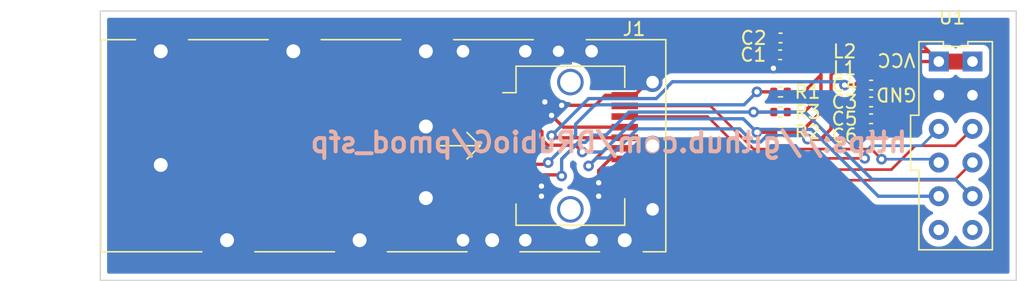
<source format=kicad_pcb>
(kicad_pcb (version 20221018) (generator pcbnew)
  (layers (0 "F.Cu" signal) (31 "B.Cu" signal) (34 "B.Paste" user) (35 "F.Paste" user) (36 "B.SilkS" user "B.Silkscreen") (37 "F.SilkS" user "F.Silkscreen") (38 "B.Mask" user) (39 "F.Mask" user) (44 "Edge.Cuts" user))
  (net 0 "")
  (net 1 "GND")
  (net 3 "/SFP_TX_DIS")
  (net 7 "Net-(J1-Pad7)")
  (net 8 "/SFP_LOSS")
  (net 9 "/SFP_RX_N")
  (net 10 "/SFP_RX_P")
  (net 11 "/SFP_TX_P")
  (net 12 "Net-(C3-Pad1)")
  (net 13 "Net-(C5-Pad1)")
  (net 14 "/SFP_TX_N")
  (net 15 "+3V3")
  (footprint "Capacitor_SMD:C_0402_1005Metric" (layer "F.Cu") (at 162.024 64.262 180)
    (fp_text reference "C1" (at 2.032 0) (layer "F.SilkS"))
    (fp_text value "22uF")
    (fp_line (start -0.107836 -0.36) (end 0.107836 -0.36) (stroke (width 0.12)) (layer "F.SilkS"))
    (fp_line (start -0.107836 0.36) (end 0.107836 0.36) (stroke (width 0.12)) (layer "F.SilkS"))
    (pad "1" smd roundrect (at -0.48 0 180) (size 0.56 0.62) (layers "F.Cu" "F.Paste" "F.Mask") (net 15 "+3V3"))
    (pad "2" smd roundrect (at 0.48 0 180) (size 0.56 0.62) (layers "F.Cu" "F.Paste" "F.Mask") (net 1 "GND"))
  )
  (footprint "Capacitor_SMD:C_0402_1005Metric" (layer "F.Cu") (at 168.882 67.818)
    (fp_text reference "C3" (at -2.004 0) (layer "F.SilkS"))
    (fp_text value "10uF")
    (fp_line (start -0.107836 -0.36) (end 0.107836 -0.36) (stroke (width 0.12)) (layer "F.SilkS"))
    (fp_line (start -0.107836 0.36) (end 0.107836 0.36) (stroke (width 0.12)) (layer "F.SilkS"))
    (pad "1" smd roundrect (at -0.48 0) (size 0.56 0.62) (layers "F.Cu" "F.Paste" "F.Mask") (net 12 "Net-(C3-Pad1)"))
    (pad "2" smd roundrect (at 0.48 0) (size 0.56 0.62) (layers "F.Cu" "F.Paste" "F.Mask") (net 1 "GND"))
  )
  (footprint "Pmod:PMOD_EXTENSION_BOARD" (layer "F.Cu") (at 174.99 71.05 90)
    (fp_text reference "U1" (at 9.6 0) (layer "F.SilkS"))
    (fp_text value "Pmod_connector")
    (fp_text user "GND" (at 3.8 -4.2 180 unlocked) (layer "F.SilkS"))
    (fp_text user "VCC" (at 6.4 -4.2 180 unlocked) (layer "F.SilkS"))
    (fp_line (start -7.92 -2.5) (end -7.92 3.039999) (stroke (width 0.12)) (layer "F.SilkS"))
    (fp_line (start -7.92 3.039999) (end 7.78 3.04) (stroke (width 0.12)) (layer "F.SilkS"))
    (fp_line (start -1.92 -3.13) (end -1.92 -2.5) (stroke (width 0.12)) (layer "F.SilkS"))
    (fp_line (start -1.92 -2.5) (end -7.92 -2.5) (stroke (width 0.12)) (layer "F.SilkS"))
    (fp_line (start 2.23 -3.13) (end -1.92 -3.13) (stroke (width 0.12)) (layer "F.SilkS"))
    (fp_line (start 2.23 -2.5) (end 2.23 -3.13) (stroke (width 0.12)) (layer "F.SilkS"))
    (fp_line (start 2.23 -2.5) (end 7.73 -2.5) (stroke (width 0.12)) (layer "F.SilkS"))
    (fp_line (start 7.42 -0.653333) (end 7.78 -0.653333) (stroke (width 0.12)) (layer "F.SilkS"))
    (fp_line (start 7.42 1.193333) (end 7.42 -0.653333) (stroke (width 0.12)) (layer "F.SilkS"))
    (fp_line (start 7.78 -0.653333) (end 7.78 -2.499999) (stroke (width 0.12)) (layer "F.SilkS"))
    (fp_line (start 7.78 1.193333) (end 7.42 1.193333) (stroke (width 0.12)) (layer "F.SilkS"))
    (fp_line (start 7.78 3.04) (end 7.78 1.193333) (stroke (width 0.12)) (layer "F.SilkS"))
    (pad "1" thru_hole rect (at 6.28 -1 270) (size 1.5 1.5) (drill 0.8) (layers "*.Cu" "*.Mask") (net 15 "+3V3"))
    (pad "2" thru_hole circle (at 3.74 -1 270) (size 1.5 1.5) (drill 0.8) (layers "*.Cu" "*.Mask") (net 1 "GND"))
    (pad "3" thru_hole circle (at 1.2 -1 270) (size 1.5 1.5) (drill 0.8) (layers "*.Cu" "*.Mask") (net 11 "/SFP_TX_P"))
    (pad "4" thru_hole circle (at -1.34 -1 270) (size 1.5 1.5) (drill 0.8) (layers "*.Cu" "*.Mask") (net 14 "/SFP_TX_N"))
    (pad "5" thru_hole circle (at -3.88 -1 270) (size 1.5 1.5) (drill 0.8) (layers "*.Cu" "*.Mask") (net 3 "/SFP_TX_DIS"))
    (pad "6" thru_hole circle (at -6.42 -1 270) (size 1.5 1.5) (drill 0.8) (layers "*.Cu" "*.Mask"))
    (pad "7" thru_hole circle (at -6.42 1.54 270) (size 1.5 1.5) (drill 0.8) (layers "*.Cu" "*.Mask"))
    (pad "8" thru_hole circle (at -3.88 1.54 270) (size 1.5 1.5) (drill 0.8) (layers "*.Cu" "*.Mask") (net 8 "/SFP_LOSS"))
    (pad "9" thru_hole circle (at -1.34 1.54 270) (size 1.5 1.5) (drill 0.8) (layers "*.Cu" "*.Mask") (net 9 "/SFP_RX_N"))
    (pad "10" thru_hole circle (at 1.2 1.54 270) (size 1.5 1.5) (drill 0.8) (layers "*.Cu" "*.Mask") (net 10 "/SFP_RX_P"))
    (pad "11" thru_hole circle (at 3.74 1.54 270) (size 1.5 1.5) (drill 0.8) (layers "*.Cu" "*.Mask") (net 1 "GND"))
    (pad "12" thru_hole rect (at 6.28 1.54 270) (size 1.5 1.5) (drill 0.8) (layers "*.Cu" "*.Mask") (net 15 "+3V3"))
  )
  (footprint "Resistor_SMD:R_0402_1005Metric" (layer "F.Cu") (at 162.052 68.58)
    (fp_text reference "R3" (at 2.032 0) (layer "F.SilkS"))
    (fp_text value "4.7k")
    (fp_line (start -0.153641 -0.38) (end 0.153641 -0.38) (stroke (width 0.12)) (layer "F.SilkS"))
    (fp_line (start -0.153641 0.38) (end 0.153641 0.38) (stroke (width 0.12)) (layer "F.SilkS"))
    (pad "1" smd roundrect (at -0.51 0) (size 0.54 0.64) (layers "F.Cu" "F.Paste" "F.Mask") (net 8 "/SFP_LOSS"))
    (pad "2" smd roundrect (at 0.51 0) (size 0.54 0.64) (layers "F.Cu" "F.Paste" "F.Mask") (net 15 "+3V3"))
  )
  (footprint "Capacitor_SMD:C_0402_1005Metric" (layer "F.Cu") (at 162.052 62.992 180)
    (fp_text reference "C2" (at 2.032 0) (layer "F.SilkS"))
    (fp_text value "0.1uF")
    (fp_line (start -0.107836 -0.36) (end 0.107836 -0.36) (stroke (width 0.12)) (layer "F.SilkS"))
    (fp_line (start -0.107836 0.36) (end 0.107836 0.36) (stroke (width 0.12)) (layer "F.SilkS"))
    (pad "1" smd roundrect (at -0.48 0 180) (size 0.56 0.62) (layers "F.Cu" "F.Paste" "F.Mask") (net 15 "+3V3"))
    (pad "2" smd roundrect (at 0.48 0 180) (size 0.56 0.62) (layers "F.Cu" "F.Paste" "F.Mask") (net 1 "GND"))
  )
  (footprint "Resistor_SMD:R_0402_1005Metric" (layer "F.Cu") (at 162.05 67.056 180)
    (fp_text reference "R1" (at -2.034 0) (layer "F.SilkS"))
    (fp_text value "4.7k")
    (fp_line (start -0.153641 -0.38) (end 0.153641 -0.38) (stroke (width 0.12)) (layer "F.SilkS"))
    (fp_line (start -0.153641 0.38) (end 0.153641 0.38) (stroke (width 0.12)) (layer "F.SilkS"))
    (pad "1" smd roundrect (at -0.51 0 180) (size 0.54 0.64) (layers "F.Cu" "F.Paste" "F.Mask") (net 15 "+3V3"))
    (pad "2" smd roundrect (at 0.51 0 180) (size 0.54 0.64) (layers "F.Cu" "F.Paste" "F.Mask") (net 7 "Net-(J1-Pad7)"))
  )
  (footprint "Capacitor_SMD:C_0402_1005Metric" (layer "F.Cu") (at 168.882 66.548)
    (fp_text reference "C4" (at -2.004 0) (layer "F.SilkS"))
    (fp_text value "0.1uF")
    (fp_line (start -0.107836 -0.36) (end 0.107836 -0.36) (stroke (width 0.12)) (layer "F.SilkS"))
    (fp_line (start -0.107836 0.36) (end 0.107836 0.36) (stroke (width 0.12)) (layer "F.SilkS"))
    (pad "1" smd roundrect (at -0.48 0) (size 0.56 0.62) (layers "F.Cu" "F.Paste" "F.Mask") (net 12 "Net-(C3-Pad1)"))
    (pad "2" smd roundrect (at 0.48 0) (size 0.56 0.62) (layers "F.Cu" "F.Paste" "F.Mask") (net 1 "GND"))
  )
  (footprint "Resistor_SMD:R_0402_1005Metric" (layer "F.Cu") (at 162.054 70.104 180)
    (fp_text reference "R2" (at -2.03 0) (layer "F.SilkS"))
    (fp_text value "4.7k")
    (fp_line (start -0.153641 -0.38) (end 0.153641 -0.38) (stroke (width 0.12)) (layer "F.SilkS"))
    (fp_line (start -0.153641 0.38) (end 0.153641 0.38) (stroke (width 0.12)) (layer "F.SilkS"))
    (pad "1" smd roundrect (at -0.51 0 180) (size 0.54 0.64) (layers "F.Cu" "F.Paste" "F.Mask") (net 15 "+3V3"))
    (pad "2" smd roundrect (at 0.51 0 180) (size 0.54 0.64) (layers "F.Cu" "F.Paste" "F.Mask") (net 3 "/SFP_TX_DIS"))
  )
  (footprint "Inductor_SMD:L_0402_1005Metric" (layer "F.Cu") (at 168.933 64.008 180)
    (fp_text reference "L2" (at 2.055 0) (layer "F.SilkS"))
    (fp_text value "220@100MHz")
    (pad "1" smd roundrect (at -0.485 0 180) (size 0.59 0.64) (layers "F.Cu" "F.Paste" "F.Mask") (net 15 "+3V3"))
    (pad "2" smd roundrect (at 0.485 0 180) (size 0.59 0.64) (layers "F.Cu" "F.Paste" "F.Mask") (net 13 "Net-(C5-Pad1)"))
  )
  (footprint "Inductor_SMD:L_0402_1005Metric" (layer "F.Cu") (at 168.91 65.278 180)
    (fp_text reference "L1" (at 2.032 0) (layer "F.SilkS"))
    (fp_text value "220@100MHz")
    (pad "1" smd roundrect (at -0.485 0 180) (size 0.59 0.64) (layers "F.Cu" "F.Paste" "F.Mask") (net 15 "+3V3"))
    (pad "2" smd roundrect (at 0.485 0 180) (size 0.59 0.64) (layers "F.Cu" "F.Paste" "F.Mask") (net 12 "Net-(C3-Pad1)"))
  )
  (footprint "Capacitor_SMD:C_0402_1005Metric" (layer "F.Cu") (at 168.91 70.358)
    (fp_text reference "C6" (at -2.032 0 180) (layer "F.SilkS"))
    (fp_text value "0.1uF")
    (fp_line (start -0.107836 -0.36) (end 0.107836 -0.36) (stroke (width 0.12)) (layer "F.SilkS"))
    (fp_line (start -0.107836 0.36) (end 0.107836 0.36) (stroke (width 0.12)) (layer "F.SilkS"))
    (pad "1" smd roundrect (at -0.48 0) (size 0.56 0.62) (layers "F.Cu" "F.Paste" "F.Mask") (net 13 "Net-(C5-Pad1)"))
    (pad "2" smd roundrect (at 0.48 0) (size 0.56 0.62) (layers "F.Cu" "F.Paste" "F.Mask") (net 1 "GND"))
  )
  (footprint "Capacitor_SMD:C_0402_1005Metric" (layer "F.Cu") (at 168.882 69.088)
    (fp_text reference "C5" (at -2.004 0) (layer "F.SilkS"))
    (fp_text value "10uF")
    (fp_line (start -0.107836 -0.36) (end 0.107836 -0.36) (stroke (width 0.12)) (layer "F.SilkS"))
    (fp_line (start -0.107836 0.36) (end 0.107836 0.36) (stroke (width 0.12)) (layer "F.SilkS"))
    (pad "1" smd roundrect (at -0.48 0) (size 0.56 0.62) (layers "F.Cu" "F.Paste" "F.Mask") (net 13 "Net-(C5-Pad1)"))
    (pad "2" smd roundrect (at 0.48 0) (size 0.56 0.62) (layers "F.Cu" "F.Paste" "F.Mask") (net 1 "GND"))
  )
  (footprint "Connector:Connector_SFP_and_Cage" (layer "F.Cu") (at 152.4 71.12)
    (fp_text reference "J1" (at -1.4 -8.8) (layer "F.SilkS"))
    (fp_text value "SFP")
    (fp_line (start -41.6 8) (end -41.6 -8) (stroke (width 0.12)) (layer "F.SilkS"))
    (fp_line (start -39 -8) (end -41.6 -8) (stroke (width 0.12)) (layer "F.SilkS"))
    (fp_line (start -34 8) (end -41.6 8) (stroke (width 0.12)) (layer "F.SilkS"))
    (fp_line (start -30 8) (end -24 8) (stroke (width 0.12)) (layer "F.SilkS"))
    (fp_line (start -29 -8) (end -35 -8) (stroke (width 0.12)) (layer "F.SilkS"))
    (fp_line (start -20 8) (end -14 8) (stroke (width 0.12)) (layer "F.SilkS"))
    (fp_line (start -19 -8) (end -25 -8) (stroke (width 0.12)) (layer "F.SilkS"))
    (fp_line (start -13 0) (end -16 0) (stroke (width 0.12)) (layer "F.SilkS"))
    (fp_line (start -13 0) (end -14 -1) (stroke (width 0.12)) (layer "F.SilkS"))
    (fp_line (start -13 0) (end -14 1) (stroke (width 0.12)) (layer "F.SilkS"))
    (fp_line (start -10.3 -6) (end -10.3 -4) (stroke (width 0.12)) (layer "F.SilkS"))
    (fp_line (start -10.3 -4) (end -11.3 -4) (stroke (width 0.12)) (layer "F.SilkS"))
    (fp_line (start -10.3 4.4) (end -10.3 6) (stroke (width 0.12)) (layer "F.SilkS"))
    (fp_line (start -10 8) (end -4 8) (stroke (width 0.12)) (layer "F.SilkS"))
    (fp_line (start -9 -8) (end -15 -8) (stroke (width 0.12)) (layer "F.SilkS"))
    (fp_line (start -2.1 -6) (end -10.3 -6) (stroke (width 0.12)) (layer "F.SilkS"))
    (fp_line (start -2.1 -4.4) (end -2.1 -6) (stroke (width 0.12)) (layer "F.SilkS"))
    (fp_line (start -2.1 4) (end -2.1 6) (stroke (width 0.12)) (layer "F.SilkS"))
    (fp_line (start -2.1 6) (end -10.3 6) (stroke (width 0.12)) (layer "F.SilkS"))
    (fp_line (start -0.7 8) (end 1 8) (stroke (width 0.12)) (layer "F.SilkS"))
    (fp_line (start 1 -8) (end -5 -8) (stroke (width 0.12)) (layer "F.SilkS"))
    (fp_line (start 1 8) (end 1 -8) (stroke (width 0.12)) (layer "F.SilkS"))
    (pad "" np_thru_hole circle (at -6.2 -4.8) (size 2 2) (drill 1.55) (layers "*.Cu" "*.Mask"))
    (pad "" np_thru_hole circle (at -6.2 4.8) (size 2 2) (drill 1.55) (layers "*.Cu" "*.Mask"))
    (pad "1" smd rect (at -10.3 -3.4) (size 2 0.5) (layers "F.Cu" "F.Paste" "F.Mask") (net 1 "GND"))
    (pad "2" smd rect (at -10.3 -2.6) (size 2 0.5) (layers "F.Cu" "F.Paste" "F.Mask"))
    (pad "3" smd rect (at -10.3 -1.8) (size 2 0.5) (layers "F.Cu" "F.Paste" "F.Mask") (net 3 "/SFP_TX_DIS"))
    (pad "4" smd rect (at -10.3 -1) (size 2 0.5) (layers "F.Cu" "F.Paste" "F.Mask"))
    (pad "5" smd rect (at -10.3 -0.2) (size 2 0.5) (layers "F.Cu" "F.Paste" "F.Mask"))
    (pad "6" smd rect (at -10.3 0.6) (size 2 0.5) (layers "F.Cu" "F.Paste" "F.Mask"))
    (pad "7" smd rect (at -10.3 1.4) (size 2 0.5) (layers "F.Cu" "F.Paste" "F.Mask") (net 7 "Net-(J1-Pad7)"))
    (pad "8" smd rect (at -10.3 2.2) (size 2 0.5) (layers "F.Cu" "F.Paste" "F.Mask") (net 8 "/SFP_LOSS"))
    (pad "9" smd rect (at -10.3 3) (size 2 0.5) (layers "F.Cu" "F.Paste" "F.Mask") (net 1 "GND"))
    (pad "10" smd rect (at -10.3 3.8) (size 2 0.5) (layers "F.Cu" "F.Paste" "F.Mask") (net 1 "GND"))
    (pad "11" smd rect (at -2.1 3.4) (size 2 0.5) (layers "F.Cu" "F.Paste" "F.Mask") (net 1 "GND"))
    (pad "12" smd rect (at -2.1 2.6) (size 2 0.5) (layers "F.Cu" "F.Paste" "F.Mask") (net 9 "/SFP_RX_N"))
    (pad "13" smd rect (at -2.1 1.8) (size 2 0.5) (layers "F.Cu" "F.Paste" "F.Mask") (net 10 "/SFP_RX_P"))
    (pad "14" smd rect (at -2.1 1) (size 2 0.5) (layers "F.Cu" "F.Paste" "F.Mask") (net 1 "GND"))
    (pad "15" smd rect (at -2.1 0.2) (size 2 0.5) (layers "F.Cu" "F.Paste" "F.Mask") (net 13 "Net-(C5-Pad1)"))
    (pad "16" smd rect (at -2.1 -0.6) (size 2 0.5) (layers "F.Cu" "F.Paste" "F.Mask") (net 12 "Net-(C3-Pad1)"))
    (pad "17" smd rect (at -2.1 -1.4) (size 2 0.5) (layers "F.Cu" "F.Paste" "F.Mask") (net 1 "GND"))
    (pad "18" smd rect (at -2.1 -2.2) (size 2 0.5) (layers "F.Cu" "F.Paste" "F.Mask") (net 11 "/SFP_TX_P"))
    (pad "19" smd rect (at -2.1 -3) (size 2 0.5) (layers "F.Cu" "F.Paste" "F.Mask") (net 14 "/SFP_TX_N"))
    (pad "20" smd rect (at -2.1 -3.8) (size 2 0.5) (layers "F.Cu" "F.Paste" "F.Mask") (net 1 "GND"))
    (pad "CAGE" thru_hole rect (at -37.1 -7.125) (size 2 2) (drill 1.05) (layers "*.Cu" "*.Mask") (net 1 "GND"))
    (pad "CAGE" thru_hole rect (at -37.1 1.45) (size 2 2) (drill 1.05) (layers "*.Cu" "*.Mask") (net 1 "GND"))
    (pad "CAGE" thru_hole rect (at -32.1 7.125) (size 2 2) (drill 1.05) (layers "*.Cu" "*.Mask") (net 1 "GND"))
    (pad "CAGE" thru_hole rect (at -27.1 -7.125) (size 2 2) (drill 1.05) (layers "*.Cu" "*.Mask") (net 1 "GND"))
    (pad "CAGE" thru_hole rect (at -22.1 7.125) (size 2 2) (drill 1.05) (layers "*.Cu" "*.Mask") (net 1 "GND"))
    (pad "CAGE" thru_hole rect (at -17.1 -7.125) (size 2 2) (drill 1.05) (layers "*.Cu" "*.Mask") (net 1 "GND"))
    (pad "CAGE" thru_hole rect (at -17.1 -1.45) (size 2 2) (drill 1.05) (layers "*.Cu" "*.Mask") (net 1 "GND"))
    (pad "CAGE" thru_hole rect (at -17.1 3.95) (size 2 2) (drill 1.05) (layers "*.Cu" "*.Mask") (net 1 "GND"))
    (pad "CAGE" thru_hole circle (at -14.3 -7.125) (size 1.5 1.5) (drill 0.95) (layers "*.Cu" "*.Mask") (net 1 "GND"))
    (pad "CAGE" thru_hole circle (at -14.3 7.125) (size 1.5 1.5) (drill 0.95) (layers "*.Cu" "*.Mask") (net 1 "GND"))
    (pad "CAGE" thru_hole rect (at -12.1 7.125) (size 2 2) (drill 1.05) (layers "*.Cu" "*.Mask") (net 1 "GND"))
    (pad "CAGE" thru_hole circle (at -9.6 -7.125) (size 1.5 1.5) (drill 0.95) (layers "*.Cu" "*.Mask") (net 1 "GND"))
    (pad "CAGE" thru_hole circle (at -9.6 7.125) (size 1.5 1.5) (drill 0.95) (layers "*.Cu" "*.Mask") (net 1 "GND"))
    (pad "CAGE" thru_hole rect (at -7.1 -7.125) (size 2 2) (drill 0.85) (layers "*.Cu" "*.Mask") (net 1 "GND"))
    (pad "CAGE" thru_hole circle (at -4.6 -7.125) (size 1.5 1.5) (drill 0.95) (layers "*.Cu" "*.Mask") (net 1 "GND"))
    (pad "CAGE" thru_hole circle (at -4.6 7.125) (size 1.5 1.5) (drill 0.95) (layers "*.Cu" "*.Mask") (net 1 "GND"))
    (pad "CAGE" thru_hole rect (at -2.1 7.125) (size 2 2) (drill 1.05) (layers "*.Cu" "*.Mask") (net 1 "GND"))
    (pad "CAGE" thru_hole circle (at 0 -4.8) (size 1.5 1.5) (drill 0.95) (layers "*.Cu" "*.Mask") (net 1 "GND"))
    (pad "CAGE" thru_hole circle (at 0 0) (size 1.5 1.5) (drill 0.95) (layers "*.Cu" "*.Mask") (net 1 "GND"))
    (pad "CAGE" thru_hole circle (at 0 4.8) (size 1.5 1.5) (drill 0.95) (layers "*.Cu" "*.Mask") (net 1 "GND"))
  )
  (gr_line (start 179.832 81.28) (end 110.744 81.28) (stroke (width 0.1)) (layer "Edge.Cuts"))
  (gr_line (start 110.744 81.28) (end 110.744 62.992) (stroke (width 0.1)) (layer "Edge.Cuts"))
  (gr_line (start 110.744 62.992) (end 110.744 60.96) (stroke (width 0.1)) (layer "Edge.Cuts"))
  (gr_line (start 110.744 60.96) (end 179.832 60.96) (stroke (width 0.1)) (layer "Edge.Cuts"))
  (gr_line (start 179.832 60.96) (end 179.832 81.28) (stroke (width 0.1)) (layer "Edge.Cuts"))
  (gr_text "https://github.com/DRubioG/pmod_sfp" (at 149.098 70.866) (layer "B.SilkS") (effects (font (size 1.5 1.5) (thickness 0.3)) (justify mirror)))
  (segment (start 144.018 74.93) (end 142.11 74.93) (width 0.25) (layer "F.Cu") (net 1))
  (segment (start 144.78 68.834) (end 145.666 69.72) (width 0.25) (layer "F.Cu") (net 1))
  (segment (start 142.1 67.72) (end 144.174 67.72) (width 0.25) (layer "F.Cu") (net 1))
  (segment (start 172.974 66.548) (end 173.736 67.31) (width 0.25) (layer "F.Cu") (net 1))
  (segment (start 148.834 67.32) (end 150.3 67.32) (width 0.25) (layer "F.Cu") (net 1))
  (segment (start 142.1 74.12) (end 143.97 74.12) (width 0.25) (layer "F.Cu") (net 1))
  (segment (start 161.572 62.992) (end 161.572 64.234) (width 0.25) (layer "F.Cu") (net 1))
  (segment (start 172.954 68.326) (end 173.97 67.31) (width 0.25) (layer "F.Cu") (net 1))
  (segment (start 144.174 67.72) (end 144.272 67.818) (width 0.25) (layer "F.Cu") (net 1))
  (segment (start 149.2 72.12) (end 150.3 72.12) (width 0.25) (layer "F.Cu") (net 1))
  (segment (start 150.3 72.12) (end 151.4 72.12) (width 0.25) (layer "F.Cu") (net 1))
  (segment (start 169.39 70.358) (end 169.39 70.132) (width 0.25) (layer "F.Cu") (net 1))
  (segment (start 171.196 68.326) (end 172.954 68.326) (width 0.25) (layer "F.Cu") (net 1))
  (segment (start 148.746 74.52) (end 150.3 74.52) (width 0.25) (layer "F.Cu") (net 1))
  (segment (start 148.336 74.93) (end 148.746 74.52) (width 0.25) (layer "F.Cu") (net 1))
  (segment (start 169.39 70.132) (end 171.196 68.326) (width 0.25) (layer "F.Cu") (net 1))
  (segment (start 169.87 67.31) (end 173.97 67.31) (width 0.25) (layer "F.Cu") (net 1))
  (segment (start 169.362 69.088) (end 169.362 68.89) (width 0.25) (layer "F.Cu") (net 1))
  (segment (start 151.975 66.395) (end 151.975 66.32) (width 0.25) (layer "F.Cu") (net 1))
  (segment (start 148.336 72.984) (end 149.2 72.12) (width 0.25) (layer "F.Cu") (net 1))
  (segment (start 173.736 67.31) (end 173.97 67.31) (width 0.25) (layer "F.Cu") (net 1))
  (segment (start 145.666 69.72) (end 150.3 69.72) (width 0.25) (layer "F.Cu") (net 1))
  (segment (start 148.082 68.072) (end 148.834 67.32) (width 0.25) (layer "F.Cu") (net 1))
  (segment (start 148.336 73.914) (end 148.336 72.984) (width 0.25) (layer "F.Cu") (net 1))
  (segment (start 161.544 64.262) (end 161.544 65.25) (width 0.25) (layer "F.Cu") (net 1))
  (segment (start 173.462 67.818) (end 173.97 67.31) (width 0.25) (layer "F.Cu") (net 1))
  (segment (start 145.542 68.072) (end 148.082 68.072) (width 0.25) (layer "F.Cu") (net 1))
  (segment (start 150.3 67.32) (end 151.05 67.32) (width 0.25) (layer "F.Cu") (net 1))
  (segment (start 170.434 67.818) (end 173.462 67.818) (width 0.25) (layer "F.Cu") (net 1))
  (segment (start 151.4 72.12) (end 152.4 71.12) (width 0.25) (layer "F.Cu") (net 1))
  (segment (start 143.97 74.12) (end 144.018 74.168) (width 0.25) (layer "F.Cu") (net 1))
  (segment (start 169.362 66.548) (end 172.974 66.548) (width 0.25) (layer "F.Cu") (net 1))
  (segment (start 142.11 74.93) (end 142.1 74.92) (width 0.25) (layer "F.Cu") (net 1))
  (segment (start 161.572 64.234) (end 161.544 64.262) (width 0.25) (layer "F.Cu") (net 1))
  (segment (start 169.362 68.89) (end 170.434 67.818) (width 0.25) (layer "F.Cu") (net 1))
  (segment (start 151.05 67.32) (end 151.975 66.395) (width 0.25) (layer "F.Cu") (net 1))
  (segment (start 161.544 65.25) (end 161.516 65.278) (width 0.25) (layer "F.Cu") (net 1))
  (segment (start 169.362 67.818) (end 169.87 67.31) (width 0.25) (layer "F.Cu") (net 1))
  (via (at 148.336 73.914) (size 0.8) (drill 0.4) (layers "F.Cu" "B.Cu") (net 1))
  (via (at 144.272 67.818) (size 0.8) (drill 0.4) (layers "F.Cu" "B.Cu") (net 1))
  (via (at 144.78 68.834) (size 0.8) (drill 0.4) (layers "F.Cu" "B.Cu") (net 1))
  (via (at 144.018 74.93) (size 0.8) (drill 0.4) (layers "F.Cu" "B.Cu") (net 1))
  (via (at 161.516 65.278) (size 0.8) (drill 0.4) (layers "F.Cu" "B.Cu") (net 1))
  (via (at 145.542 68.072) (size 0.8) (drill 0.4) (layers "F.Cu" "B.Cu") (net 1))
  (via (at 144.018 74.168) (size 0.8) (drill 0.4) (layers "F.Cu" "B.Cu") (net 1))
  (via (at 148.336 74.93) (size 0.8) (drill 0.4) (layers "F.Cu" "B.Cu") (net 1))
  (segment (start 144.479695 71.083) (end 144.055 70.658305) (width 0.25) (layer "F.Cu") (net 3))
  (segment (start 160.259273 70.104) (end 160.257369 70.105904) (width 0.25) (layer "F.Cu") (net 3))
  (segment (start 144.055 70.057695) (end 143.317305 69.32) (width 0.25) (layer "F.Cu") (net 3))
  (segment (start 161.544 70.104) (end 160.259273 70.104) (width 0.25) (layer "F.Cu") (net 3))
  (segment (start 144.055 70.658305) (end 144.055 70.057695) (width 0.25) (layer "F.Cu") (net 3))
  (segment (start 146.590588 71.083) (end 144.479695 71.083) (width 0.25) (layer "F.Cu") (net 3))
  (segment (start 143.317305 69.32) (end 142.1 69.32) (width 0.25) (layer "F.Cu") (net 3))
  (segment (start 147.100441 71.592853) (end 146.590588 71.083) (width 0.25) (layer "F.Cu") (net 3))
  (via (at 160.257369 70.105904) (size 0.8) (drill 0.4) (layers "F.Cu" "B.Cu") (net 3))
  (via (at 147.100441 71.592853) (size 0.8) (drill 0.4) (layers "F.Cu" "B.Cu") (net 3))
  (segment (start 169.427305 74.93) (end 173.97 74.93) (width 0.25) (layer "B.Cu") (net 3))
  (segment (start 160.257369 70.105904) (end 160.471974 69.891299) (width 0.25) (layer "B.Cu") (net 3))
  (segment (start 148.625147 71.592853) (end 151.13 69.088) (width 0.25) (layer "B.Cu") (net 3))
  (segment (start 151.13 69.088) (end 159.239465 69.088) (width 0.25) (layer "B.Cu") (net 3))
  (segment (start 159.239465 69.088) (end 160.257369 70.105904) (width 0.25) (layer "B.Cu") (net 3))
  (segment (start 147.100441 71.592853) (end 148.625147 71.592853) (width 0.25) (layer "B.Cu") (net 3))
  (segment (start 164.388604 69.891299) (end 169.427305 74.93) (width 0.25) (layer "B.Cu") (net 3))
  (segment (start 160.471974 69.891299) (end 164.388604 69.891299) (width 0.25) (layer "B.Cu") (net 3))
  (segment (start 142.1 72.52) (end 144.396 72.52) (width 0.25) (layer "F.Cu") (net 7))
  (segment (start 144.396 72.52) (end 144.526 72.39) (width 0.25) (layer "F.Cu") (net 7))
  (segment (start 160.274 67.056) (end 161.54 67.056) (width 0.25) (layer "F.Cu") (net 7))
  (via (at 160.274 67.056) (size 0.8) (drill 0.4) (layers "F.Cu" "B.Cu") (net 7))
  (via (at 144.526 72.39) (size 0.8) (drill 0.4) (layers "F.Cu" "B.Cu") (net 7))
  (segment (start 144.526 72.39) (end 146.595 70.321) (width 0.25) (layer "B.Cu") (net 7))
  (segment (start 146.595 70.321) (end 146.595 69.495195) (width 0.25) (layer "B.Cu") (net 7))
  (segment (start 146.595 69.495195) (end 148.055195 68.035) (width 0.25) (layer "B.Cu") (net 7))
  (segment (start 148.055195 68.035) (end 159.295 68.035) (width 0.25) (layer "B.Cu") (net 7))
  (segment (start 159.295 68.035) (end 160.274 67.056) (width 0.25) (layer "B.Cu") (net 7))
  (segment (start 160.02 68.58) (end 161.542 68.58) (width 0.25) (layer "F.Cu") (net 8))
  (segment (start 145.456 73.32) (end 141.846 73.32) (width 0.25) (layer "F.Cu") (net 8))
  (segment (start 145.542 73.406) (end 145.456 73.32) (width 0.25) (layer "F.Cu") (net 8))
  (via (at 160.02 68.58) (size 0.8) (drill 0.4) (layers "F.Cu" "B.Cu") (net 8))
  (via (at 145.542 73.406) (size 0.8) (drill 0.4) (layers "F.Cu" "B.Cu") (net 8))
  (segment (start 145.542 72.125988) (end 145.790994 71.876994) (width 0.25) (layer "B.Cu") (net 8))
  (segment (start 147.318148 70.867853) (end 147.865001 70.321) (width 0.25) (layer "B.Cu") (net 8))
  (segment (start 148.881 70.321) (end 150.622 68.58) (width 0.25) (layer "B.Cu") (net 8))
  (segment (start 168.963195 73.66) (end 175.24 73.66) (width 0.25) (layer "B.Cu") (net 8))
  (segment (start 163.883195 68.58) (end 168.963195 73.66) (width 0.25) (layer "B.Cu") (net 8))
  (segment (start 145.542 73.406) (end 145.542 72.125988) (width 0.25) (layer "B.Cu") (net 8))
  (segment (start 150.622 68.58) (end 160.02 68.58) (width 0.25) (layer "B.Cu") (net 8))
  (segment (start 145.790994 71.876994) (end 146.800136 70.867853) (width 0.25) (layer "B.Cu") (net 8))
  (segment (start 147.865001 70.321) (end 148.881 70.321) (width 0.25) (layer "B.Cu") (net 8))
  (segment (start 146.800136 70.867853) (end 147.318148 70.867853) (width 0.25) (layer "B.Cu") (net 8))
  (segment (start 160.02 68.58) (end 163.883195 68.58) (width 0.25) (layer "B.Cu") (net 8))
  (segment (start 175.24 73.66) (end 176.51 74.93) (width 0.25) (layer "B.Cu") (net 8))
  (segment (start 145.542 72.125989) (end 145.790994 71.876994) (width 0.25) (layer "B.Cu") (net 8))
  (segment (start 175.18 73.72) (end 176.51 72.39) (width 0.2) (layer "F.Cu") (net 9))
  (segment (start 150.3 73.72) (end 175.18 73.72) (width 0.2) (layer "F.Cu") (net 9))
  (segment (start 150.3 72.92) (end 170.412 72.92) (width 0.2) (layer "F.Cu") (net 10))
  (segment (start 170.412 72.92) (end 172.212 71.12) (width 0.2) (layer "F.Cu") (net 10))
  (segment (start 172.212 71.12) (end 175.24 71.12) (width 0.2) (layer "F.Cu") (net 10))
  (segment (start 175.24 71.12) (end 176.51 69.85) (width 0.2) (layer "F.Cu") (net 10))
  (segment (start 159.7035 72.0735) (end 156.55 68.92) (width 0.2) (layer "F.Cu") (net 11))
  (segment (start 156.55 68.92) (end 150.3 68.92) (width 0.2) (layer "F.Cu") (net 11))
  (segment (start 168.402 72.0735) (end 159.7035 72.0735) (width 0.2) (layer "F.Cu") (net 11))
  (via (at 168.402 72.0735) (size 0.8) (drill 0.4) (layers "F.Cu" "B.Cu") (net 11))
  (segment (start 168.402 72.0735) (end 168.402 71.628) (width 0.2) (layer "B.Cu") (net 11))
  (segment (start 172.7 71.12) (end 173.97 69.85) (width 0.2) (layer "B.Cu") (net 11))
  (segment (start 168.91 71.12) (end 172.7 71.12) (width 0.2) (layer "B.Cu") (net 11))
  (segment (start 168.402 71.628) (end 168.91 71.12) (width 0.2) (layer "B.Cu") (net 11))
  (segment (start 144.78 70.358) (end 144.942 70.52) (width 0.25) (layer "F.Cu") (net 12))
  (segment (start 168.425 65.278) (end 168.425 65.763) (width 0.25) (layer "F.Cu") (net 12))
  (segment (start 168.402 67.818) (end 168.402 67.31) (width 0.25) (layer "F.Cu") (net 12))
  (segment (start 168.402 66.548) (end 167.64 66.548) (width 0.25) (layer "F.Cu") (net 12))
  (segment (start 166.878 66.548) (end 167.64 66.548) (width 0.25) (layer "F.Cu") (net 12))
  (segment (start 168.425 65.763) (end 167.64 66.548) (width 0.25) (layer "F.Cu") (net 12))
  (segment (start 144.942 70.52) (end 150.3 70.52) (width 0.25) (layer "F.Cu") (net 12))
  (segment (start 168.402 67.31) (end 167.64 66.548) (width 0.25) (layer "F.Cu") (net 12))
  (via (at 166.878 66.548) (size 0.8) (drill 0.4) (layers "F.Cu" "B.Cu") (net 12))
  (via (at 144.78 70.358) (size 0.8) (drill 0.4) (layers "F.Cu" "B.Cu") (net 12))
  (segment (start 166.624 66.294) (end 153.89428 66.294) (width 0.25) (layer "B.Cu") (net 12))
  (segment (start 153.89428 66.294) (end 153.475 66.71328) (width 0.25) (layer "B.Cu") (net 12))
  (segment (start 152.67628 67.564) (end 147.574 67.564) (width 0.25) (layer "B.Cu") (net 12))
  (segment (start 147.574 67.564) (end 144.78 70.358) (width 0.25) (layer "B.Cu") (net 12))
  (segment (start 153.475 66.76528) (end 152.67628 67.564) (width 0.25) (layer "B.Cu") (net 12))
  (segment (start 166.878 66.548) (end 166.624 66.294) (width 0.25) (layer "B.Cu") (net 12))
  (segment (start 153.475 66.71328) (end 153.475 66.76528) (width 0.25) (layer "B.Cu") (net 12))
  (segment (start 164.846 70.612) (end 164.092598 70.612) (width 0.25) (layer "F.Cu") (net 13))
  (segment (start 167.64 64.008) (end 165.862 65.786) (width 0.25) (layer "F.Cu") (net 13))
  (segment (start 165.862 65.786) (end 165.862 69.85) (width 0.25) (layer "F.Cu") (net 13))
  (segment (start 166.365701 70.616299) (end 167.894 69.088) (width 0.25) (layer "F.Cu") (net 13))
  (segment (start 168.176 70.612) (end 164.846 70.612) (width 0.25) (layer "F.Cu") (net 13))
  (segment (start 164.092598 70.612) (end 164.088299 70.616299) (width 0.25) (layer "F.Cu") (net 13))
  (segment (start 168.448 64.008) (end 167.64 64.008) (width 0.25) (layer "F.Cu") (net 13))
  (segment (start 147.574 72.644) (end 148.898 71.32) (width 0.25) (layer "F.Cu") (net 13))
  (segment (start 165.1 70.612) (end 164.846 70.612) (width 0.25) (layer "F.Cu") (net 13))
  (segment (start 148.898 71.32) (end 150.3 71.32) (width 0.25) (layer "F.Cu") (net 13))
  (segment (start 164.088299 70.616299) (end 166.365701 70.616299) (width 0.25) (layer "F.Cu") (net 13))
  (segment (start 167.894 69.088) (end 168.402 69.088) (width 0.25) (layer "F.Cu") (net 13))
  (segment (start 168.43 70.358) (end 168.176 70.612) (width 0.25) (layer "F.Cu") (net 13))
  (segment (start 165.862 69.85) (end 165.1 70.612) (width 0.25) (layer "F.Cu") (net 13))
  (via (at 164.088299 70.616299) (size 0.8) (drill 0.4) (layers "F.Cu" "B.Cu") (net 13))
  (via (at 147.574 72.644) (size 0.8) (drill 0.4) (layers "F.Cu" "B.Cu") (net 13))
  (segment (start 158.97616 69.85) (end 151.258396 69.85) (width 0.25) (layer "B.Cu") (net 13))
  (segment (start 161.030578 70.358) (end 160.557674 70.830904) (width 0.25) (layer "B.Cu") (net 13))
  (segment (start 149.065543 72.042853) (end 148.175147 72.042853) (width 0.25) (layer "B.Cu") (net 13))
  (segment (start 148.175147 72.042853) (end 147.574 72.644) (width 0.25) (layer "B.Cu") (net 13))
  (segment (start 159.957064 70.830904) (end 158.97616 69.85) (width 0.25) (layer "B.Cu") (net 13))
  (segment (start 160.557674 70.830904) (end 159.957064 70.830904) (width 0.25) (layer "B.Cu") (net 13))
  (segment (start 164.088299 70.616299) (end 163.83 70.358) (width 0.25) (layer "B.Cu") (net 13))
  (segment (start 151.258396 69.85) (end 149.065543 72.042853) (width 0.25) (layer "B.Cu") (net 13))
  (segment (start 163.83 70.358) (end 161.030578 70.358) (width 0.25) (layer "B.Cu") (net 13))
  (segment (start 160.02 71.374) (end 168.91 71.374) (width 0.2) (layer "F.Cu") (net 14))
  (segment (start 156.766 68.12) (end 160.02 71.374) (width 0.2) (layer "F.Cu") (net 14))
  (segment (start 168.91 71.374) (end 169.672 72.136) (width 0.2) (layer "F.Cu") (net 14))
  (segment (start 150.3 68.12) (end 156.766 68.12) (width 0.2) (layer "F.Cu") (net 14))
  (via (at 169.672 72.136) (size 0.8) (drill 0.4) (layers "F.Cu" "B.Cu") (net 14))
  (segment (start 173.716 72.136) (end 173.97 72.39) (width 0.2) (layer "B.Cu") (net 14))
  (segment (start 169.672 72.136) (end 173.716 72.136) (width 0.2) (layer "B.Cu") (net 14))
  (segment (start 167.386 62.992) (end 172.212 62.992) (width 0.25) (layer "F.Cu") (net 15))
  (segment (start 173.218 63.998) (end 173.218 64.018) (width 0.25) (layer "F.Cu") (net 15))
  (segment (start 165.1 65.786) (end 165.1 65.278) (width 0.25) (layer "F.Cu") (net 15))
  (segment (start 163.83 68.58) (end 165.1 67.31) (width 0.25) (layer "F.Cu") (net 15))
  (segment (start 163.83 67.056) (end 165.1 65.786) (width 0.25) (layer "F.Cu") (net 15))
  (segment (start 169.903 64.77) (end 173.97 64.77) (width 0.25) (layer "F.Cu") (net 15))
  (segment (start 164.592 64.262) (end 165.862 62.992) (width 0.25) (layer "F.Cu") (net 15))
  (segment (start 162.56 67.056) (end 163.83 67.056) (width 0.25) (layer "F.Cu") (net 15))
  (segment (start 169.395 65.278) (end 169.903 64.77) (width 0.25) (layer "F.Cu") (net 15))
  (segment (start 165.1 67.31) (end 165.1 65.786) (width 0.25) (layer "F.Cu") (net 15))
  (segment (start 162.564 70.104) (end 163.576 70.104) (width 0.25) (layer "F.Cu") (net 15))
  (segment (start 172.212 62.992) (end 173.218 63.998) (width 0.25) (layer "F.Cu") (net 15))
  (segment (start 173.218 64.018) (end 173.97 64.77) (width 0.25) (layer "F.Cu") (net 15))
  (segment (start 169.428 64.018) (end 173.218 64.018) (width 0.25) (layer "F.Cu") (net 15))
  (segment (start 162.504 64.262) (end 164.592 64.262) (width 0.25) (layer "F.Cu") (net 15))
  (segment (start 163.576 70.104) (end 165.1 68.58) (width 0.25) (layer "F.Cu") (net 15))
  (segment (start 165.1 65.278) (end 167.386 62.992) (width 0.25) (layer "F.Cu") (net 15))
  (segment (start 162.562 68.58) (end 163.83 68.58) (width 0.25) (layer "F.Cu") (net 15))
  (segment (start 165.862 62.992) (end 167.386 62.992) (width 0.25) (layer "F.Cu") (net 15))
  (segment (start 173.97 64.77) (end 176.51 64.77) (width 1.2) (layer "F.Cu") (net 15))
  (segment (start 162.532 62.992) (end 165.862 62.992) (width 0.25) (layer "F.Cu") (net 15))
  (segment (start 169.418 64.008) (end 169.428 64.018) (width 0.25) (layer "F.Cu") (net 15))
  (segment (start 165.1 68.58) (end 165.1 67.31) (width 0.25) (layer "F.Cu") (net 15))
  (zone (net 1) (net_name "GND") (layer "B.Cu") (connect_pads yes (clearance 0.508)) (min_thickness 0.254) (fill yes (thermal_gap 0.508) (thermal_bridge_width 0.508))
    (polygon (pts (xy 179.324 80.772) (xy 111.252 80.772) (xy 111.252 61.468) (xy 179.324 61.468)))
  )
)
</source>
